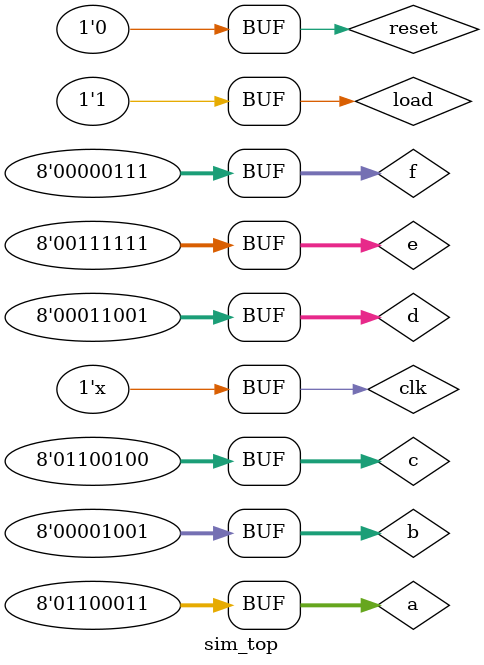
<source format=v>
`timescale 1ns / 1ps

module sim_top();
reg clk, reset, load;
reg [7:0] a, b, c, d, e, f;
wire [7:0] out;

top inst(clk, reset, load, a, b, c, d, e, f, out);
initial begin
 #0 clk = 0; load = 1; reset = 0;
 #40 a = 8'd9; b = 8'd3; c = 8'd1; d = 8'd1; e = 8'd0; f = 8'd1; //3
 #40 a = 8'd20; b= 8'd5; c = 8'd6; d = 8'd2; e = 8'd4; f= 8'd2; //10
 #40 a = 8'd10; b = 8'd3; c = 8'd6; d = 8'd1; e = 8'd2; f = 8'd1; //16
 #40 a = 8'd50; b = 8'd10; c = 8'd24; d = 8'd8; e = 8'd7; f = 8'd5; //14
 #40 a = 8'd99; b = 8'd9; c = 8'd100; d = 8'd25; e = 8'd63; f = 8'd7; //35
 end
 
 always
     #20 clk = ~clk;
endmodule
</source>
